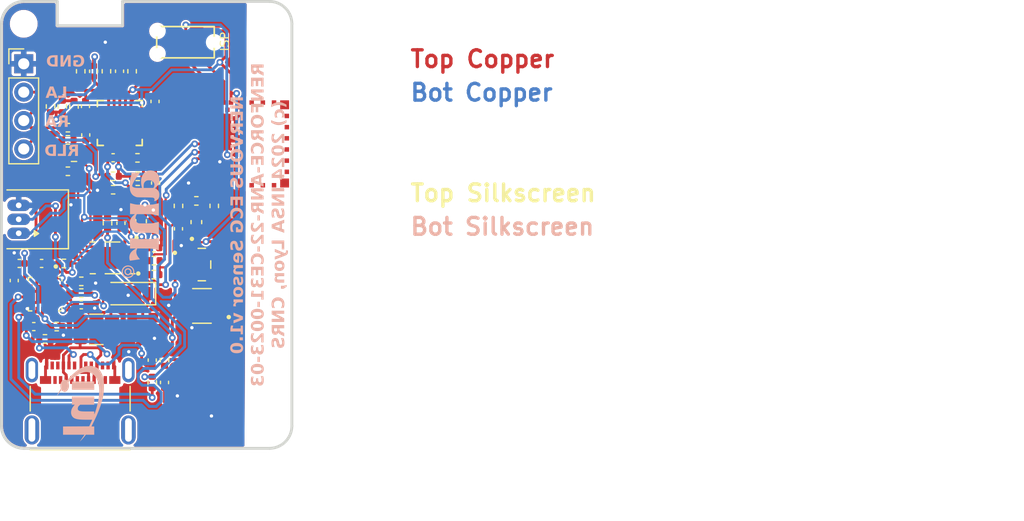
<source format=kicad_pcb>
(kicad_pcb (version 20221018) (generator pcbnew)
  (title_block (title "NERVOUS - ECG Sensor") (date "2024-05-02") (rev "1") (comment 1 "Copyright (c) 2024 INSA Lyon, CNRS, INL UMR5270") (comment 2 "License : MIT License") (comment 3 "Contact : bertrand.massot@insa-lyon.fr") (comment 4 "Authors : Bertrand Massot, Matthieu Mesnage, Hugo Buy"))
  (layers (0 "F.Cu" signal) (31 "B.Cu" signal) (34 "B.Paste" user) (35 "F.Paste" user) (36 "B.SilkS" user "B.Silkscreen") (37 "F.SilkS" user "F.Silkscreen") (38 "B.Mask" user) (39 "F.Mask" user) (44 "Edge.Cuts" user))
  (net 0 "")
  (net 1 "GND")
  (net 2 "VBUS")
  (net 3 "Net-(D5-Pad2)")
  (net 4 "VDD")
  (net 5 "VSYS")
  (net 6 "OUT")
  (net 7 "VBAT")
  (net 8 "VCC")
  (net 9 "IAOUT")
  (net 10 "OPAMP+")
  (net 11 "REFOUT")
  (net 12 "VBAT_SENSE")
  (net 13 "Net-(D1-K)")
  (net 14 "Net-(D1-A)")
  (net 15 "Net-(D5-Pad4)")
  (net 16 "Net-(J1-CC1)")
  (net 17 "Net-(J1-CC2)")
  (net 20 "Net-(U2-~{CHG})")
  (net 28 "Net-(U2-~{PGOOD})")
  (net 38 "Net-(U2-ILIM)")
  (net 39 "Net-(U2-ISET)")
  (net 40 "NTC BAT")
  (net 41 "SCL")
  (net 42 "SDA")
  (net 43 "/LA")
  (net 44 "/RA")
  (net 45 "/RLD")
  (net 46 "OPAMP-")
  (net 47 "Net-(D4-Pad3)")
  (net 48 "LED_RED")
  (net 49 "Net-(D4-Pad4)")
  (net 50 "Net-(D4-Pad2)")
  (net 51 "LOD-")
  (net 52 "LOD+")
  (net 53 "SDN")
  (net 55 "LED_BLUE")
  (net 56 "RST")
  (net 57 "SWDIO")
  (net 58 "SWCLK")
  (net 59 "LED_GREEN")
  (net 61 "Net-(U5-RLDFB)")
  (net 62 "Net-(U5-RLD)")
  (net 63 "Net-(U5-REFIN)")
  (net 64 "Net-(U5-HPDRIVE)")
  (net 65 "Net-(U5-HPSENSE)")
  (net 66 "Net-(U6-IN)")
  (net 67 "Net-(U5-SW)")
  (net 68 "Net-(C16-Pad2)")
  (net 69 "Net-(U3-GPOUT)")
  (net 70 "Net-(U3-BIN)")
  (net 71 "Net-(U5-+IN)")
  (net 72 "Net-(U5--IN)")
  (net 82 "Net-(U1A-OUT_ANT)")
  (net 108 "Net-(U4-EN)")
  (footprint "nervous-ecg:MAX16054AZT+T" (layer "F.Cu") (at 47.95 51.25 180)
    (fp_text reference "U6")
    (fp_text value "IC INTFACE SPECIALIZED TSOT23-6" hide)
  )
  (footprint "nervous-ecg:ISP1807-LR" (layer "F.Cu") (at 47.85 40.75 90)
    (fp_text reference "U1")
    (fp_text value "RF TXRX MODULE BT TRACE ANT SMD" hide)
  )
  (footprint "nervous-ecg:C_0402_1005Metric" (layer "F.Cu") (at 43.5 56.1 -90)
    (fp_text reference "R29")
    (fp_text value "RES 5.1K OHM 0.5% 1/10W 0402" hide)
  )
  (footprint "nervous-ecg:EVP-AA502W" (layer "F.Cu") (at 47.725 57.725 -90)
    (fp_text reference "U7")
    (fp_text value "SWITCH TACTILE SPST-NO 0.02A 15V" hide)
  )
  (footprint "nervous-ecg:C_0402_1005Metric" (layer "F.Cu") (at 37.526029 33.389023 90)
    (fp_text reference "C12")
    (fp_text value "CAP CER 0.22UF 10V X5R 0402" hide)
  )
  (footprint "nervous-ecg:R_0402_1005Metric" (layer "F.Cu") (at 41.7 30.25 90)
    (fp_text reference "R13")
    (fp_text value "RES SMD 10M OHM 1% 1/16W 0402" hide)
  )
  (footprint "nervous-ecg:R_0402_1005Metric" (layer "F.Cu") (at 40 40.85)
    (fp_text reference "R20")
    (fp_text value "RES SMD 1M OHM 1% 1/16W 0402" hide)
  )
  (footprint "nervous-ecg:R_0402_1005Metric" (layer "F.Cu") (at 35.95 35.3)
    (fp_text reference "R16")
    (fp_text value "RES SMD 180K OHM 1% 1/10W 0402" hide)
  )
  (footprint "nervous-ecg:BQ24074RGTx" (layer "F.Cu") (at 33.921029 50.197023 -90)
    (fp_text reference "U2")
    (fp_text value "IC BATT CHG LI-ION 1CELL 16QFN" hide)
  )
  (footprint "nervous-ecg:C_0402_1005Metric" (layer "F.Cu") (at 37.15 51.15)
    (fp_text reference "C1")
    (fp_text value "CAP CER 1UF 10V X5R 0402" hide)
  )
  (footprint "nervous-ecg:R_0402_1005Metric" (layer "F.Cu") (at 43.5 58.1 -90)
    (fp_text reference "R30")
    (fp_text value "RES 1K OHM 1% 1/16W 0402" hide)
  )
  (footprint "nervous-ecg:C_0402_1005Metric" (layer "F.Cu") (at 31.6 47.45 180)
    (fp_text reference "C8")
    (fp_text value "CAP CER 1UF 10V X5R 0402" hide)
  )
  (footprint "nervous-ecg:R_0402_1005Metric" (layer "F.Cu") (at 43.65 47.2)
    (fp_text reference "R8")
    (fp_text value "RES 10K OHM 1% 1/16W 0402" hide)
  )
  (footprint "nervous-ecg:SM05.TCT" (layer "F.Cu") (at 42.65 53.3 180)
    (fp_text reference "U9")
    (fp_text value "TVS Diode WE-TVS-Standard, VRWM=5.0V" hide)
  )
  (footprint "nervous-ecg:R_0402_1005Metric" (layer "F.Cu") (at 35.45 33.4 -90)
    (fp_text reference "R11")
    (fp_text value "RES SMD 10M OHM 1% 1/16W 0402" hide)
  )
  (footprint "nervous-ecg:R_0402_1005Metric" (layer "F.Cu") (at 42.2 40.85 180)
    (fp_text reference "R21")
    (fp_text value "RES SMD 1M OHM 1% 1/16W 0402" hide)
  )
  (footprint "nervous-ecg:C_0402_1005Metric" (layer "F.Cu") (at 43.8 40.25 -90)
    (fp_text reference "C16")
    (fp_text value "CAP CER 3300PF 50V X7R 0402" hide)
  )
  (footprint "nervous-ecg:R_0402_1005Metric" (layer "F.Cu") (at 34.4 33.4 -90)
    (fp_text reference "R12")
    (fp_text value "RES SMD 10M OHM 1% 1/16W 0402" hide)
  )
  (footprint "nervous-ecg:R_0402_1005Metric" (layer "F.Cu") (at 35.95 39.2 180)
    (fp_text reference "R10")
    (fp_text value "RES 10K OHM 1% 1/16W 0402" hide)
  )
  (footprint "nervous-ecg:C_0402_1005Metric" (layer "F.Cu") (at 40.575029 30.247023 90)
    (fp_text reference "C11")
    (fp_text value "CAP CER 0.1UF 16V X7R 0402" hide)
  )
  (footprint "nervous-ecg:R_0402_1005Metric" (layer "F.Cu") (at 42.2 39.65 180)
    (fp_text reference "R25")
    (fp_text value "RES 100K OHM 1% 1/16W 0402" hide)
  )
  (footprint "nervous-ecg:C_0402_1005Metric" (layer "F.Cu") (at 33.6 47.45)
    (fp_text reference "C4")
    (fp_text value "CAP CER 4.7UF 6.3V X5R 0402" hide)
  )
  (footprint "nervous-ecg:R_0402_1005Metric" (layer "F.Cu") (at 49.05 42.3 90)
    (fp_text reference "R22")
    (fp_text value "RES 1K OHM 1% 1/16W 0402" hide)
  )
  (footprint "nervous-ecg:CONN_BAT_53048-0310" (layer "F.Cu") (at 31.55 43.5 90)
    (fp_text reference "J2")
    (fp_text value "MOLEX 53048-0310" hide)
  )
  (footprint "nervous-ecg:CONN_ELECTRODE" (layer "F.Cu") (at 32 29.58)
    (fp_text reference "J3")
    (fp_text value "CONN HEADER R/A 4POS 2.54MM" hide)
  )
  (footprint "nervous-ecg:R_0402_1005Metric" (layer "F.Cu") (at 35.95 36.394023)
    (fp_text reference "R17")
    (fp_text value "RES SMD 360K OHM 1% 1/16W 0402" hide)
  )
  (footprint "nervous-ecg:R_0402_1005Metric" (layer "F.Cu") (at 44.6 56.1 90)
    (fp_text reference "R14")
    (fp_text value "RES 10K OHM 1% 1/16W 0402" hide)
  )
  (footprint "nervous-ecg:C_0402_1005Metric" (layer "F.Cu") (at 38.25 30.25 -90)
    (fp_text reference "C14")
    (fp_text value "CAP CER 0.22UF 10V X5R 0402" hide)
  )
  (footprint "nervous-ecg:C_0402_1005Metric" (layer "F.Cu") (at 43.65 46.05)
    (fp_text reference "C5")
    (fp_text value "CAP CER 0.47UF 10V X5R 0402" hide)
  )
  (footprint "nervous-ecg:D_SOD-123" (layer "F.Cu") (at 41.45 50.15 180)
    (fp_text reference "D1")
    (fp_text value "DIODE SCHOTTKY 20V 500MA SOD123" hide)
  )
  (footprint "nervous-ecg:R_0402_1005Metric" (layer "F.Cu") (at 39.4 30.25 -90)
    (fp_text reference "R18")
    (fp_text value "RES SMD 10M OHM 1% 1/16W 0402" hide)
  )
  (footprint "nervous-ecg:C_0402_1005Metric" (layer "F.Cu") (at 40.7 43.85 90)
    (fp_text reference "C6")
    (fp_text value "CAP CER 1UF 10V X5R 0402" hide)
  )
  (footprint "nervous-ecg:LogoANR_B_Silkscreen" (layer "F.Cu") (at 42.5 43.9 90)
    (fp_text reference "G***" hide)
    (fp_text value "LOGO" hide)
  )
  (footprint "nervous-ecg:C_0402_1005Metric" (layer "F.Cu") (at 40 37.989023)
    (fp_text reference "C15")
    (fp_text value "CAP CER 22000PF 16V X7R 0402" hide)
  )
  (footprint "nervous-ecg:R_0402_1005Metric" (layer "F.Cu") (at 35.6 47.45 180)
    (fp_text reference "R6")
    (fp_text value "RES 10K OHM 1% 1/16W 0402" hide)
  )
  (footprint "nervous-ecg:R_0402_1005Metric" (layer "F.Cu") (at 40 39.647023)
    (fp_text reference "R23")
    (fp_text value "RES 100K OHM 1% 1/16W 0402" hide)
  )
  (footprint "nervous-ecg:USB_TYPE_C_105450-0101" (layer "F.Cu") (at 37.05 60.35)
    (fp_text reference "J1")
    (fp_text value "CONN RCP USB3.1 TYPEC 24P SMD RA" hide)
  )
  (footprint "nervous-ecg:R_0402_1005Metric" (layer "F.Cu") (at 37.15 50.1)
    (fp_text reference "R5")
    (fp_text value "RES 10K OHM 1% 1/16W 0402" hide)
  )
  (footprint "nervous-ecg:C_0402_1005Metric" (layer "F.Cu") (at 45.85 44.35 -90)
    (fp_text reference "C9")
    (fp_text value "CAP CER 1UF 10V X5R 0402" hide)
  )
  (footprint "MountingHole:MountingHole_2mm" (layer "F.Cu") (at 53.996971 61.999977)
    (fp_text reference "H2" hide)
    (fp_text value "MountingHole" hide)
  )
  (footprint "nervous-ecg:R_0402_1005Metric" (layer "F.Cu") (at 42.180029 38 180)
    (fp_text reference "R27")
    (fp_text value "RES SMD 1M OHM 1% 1/16W 0402" hide)
  )
  (footprint "nervous-ecg:C_0402_1005Metric" (layer "F.Cu") (at 43.75 32.95 90)
    (fp_text reference "C7")
    (fp_text value "CAP CER 0.1UF 16V X7R 0402" hide)
  )
  (footprint "nervous-ecg:C_0402_1005Metric" (layer "F.Cu") (at 32.9 53.1)
    (fp_text reference "C2")
    (fp_text value "CAP CER 1UF 10V X5R 0402" hide)
  )
  (footprint "nervous-ecg:R_0402_1005Metric" (layer "F.Cu") (at 37.15 49.05 180)
    (fp_text reference "R3")
    (fp_text value "RES 5.9K OHM 1% 1/16W 0402" hide)
  )
  (footprint "nervous-ecg:R_0603_1608Metric" (layer "F.Cu") (at 36.5 37.8)
    (fp_text reference "R9")
    (fp_text value "RES 0.01 OHM 1% 1/10W 0603" hide)
  )
  (footprint "nervous-ecg:TC2030-MCP-NL" (layer "F.Cu") (at 46.505029 27.657023 180)
    (fp_text reference "U8")
    (fp_text value "~" hide)
  )
  (footprint "nervous-ecg:R_0402_1005Metric" (layer "F.Cu") (at 33.9 54.2 180)
    (fp_text reference "R28")
    (fp_text value "RES 5.1K OHM 0.5% 1/10W 0402" hide)
  )
  (footprint "nervous-ecg:R_0402_1005Metric" (layer "F.Cu") (at 45.85 42.3 90)
    (fp_text reference "R26")
    (fp_text value "RES 4.7K OHM 1% 1/16W 0402" hide)
  )
  (footprint "nervous-ecg:R_0402_1005Metric" (layer "F.Cu") (at 47.45 41.85 180)
    (fp_text reference "R24")
    (fp_text value "RES 1K OHM 1% 1/16W 0402" hide)
  )
  (footprint "MountingHole:MountingHole_2mm" (layer "F.Cu") (at 31.999971 26.001977)
    (fp_text reference "H1" hide)
    (fp_text value "MountingHole" hide)
  )
  (footprint "nervous-ecg:R_0402_1005Metric" (layer "F.Cu") (at 34.95 53.1)
    (fp_text reference "R1")
    (fp_text value "RES SMD 3K OHM 1% 1/16W 0402" hide)
  )
  (footprint "nervous-ecg:APHF1608LSEEQBDZGKC" (layer "F.Cu") (at 42.5 43.6625 90)
    (fp_text reference "D5")
    (fp_text value "LED RGB CLEAR 4SMD" hide)
  )
  (footprint "nervous-ecg:R_0402_1005Metric" (layer "F.Cu") (at 36.5 33.4 -90)
    (fp_text reference "R15")
    (fp_text value "RES SMD 180K OHM 1% 1/10W 0402" hide)
  )
  (footprint "nervous-ecg:C_0402_1005Metric" (layer "F.Cu") (at 44.6 58.1 90)
    (fp_text reference "C13")
    (fp_text value "CAP CER 0.1UF 16V X7R 0402" hide)
  )
  (footprint "nervous-ecg:APHF1608LSEEQBDZGKC" (layer "F.Cu") (at 47.45 43.75 90)
    (fp_text reference "D4")
    (fp_text value "LED RGB CLEAR 4SMD" hide)
  )
  (footprint "nervous-ecg:C_0402_1005Metric" (layer "F.Cu") (at 31.15 48.98 -90)
    (fp_text reference "C3")
    (fp_text value "CAP CER 4.7UF 6.3V X5R 0402" hide)
  )
  (footprint "nervous-ecg:AD8232ACPZ-R7" (layer "F.Cu") (at 40.596029 34.881023)
    (fp_text reference "U5")
    (fp_text value "IC ECG FRONT END 20LFCSP" hide)
  )
  (footprint "nervous-ecg:Logo_INL_B_Silkscreen" (layer "F.Cu") (at 37.05 60.095 90)
    (fp_text reference "G***" hide)
    (fp_text value "LOGO" hide)
  )
  (footprint "nervous-ecg:R_0402_1005Metric" (layer "F.Cu") (at 43.636077 48.45)
    (fp_text reference "R7")
    (fp_text value "RES 10K OHM 1% 1/16W 0402" hide)
  )
  (footprint "nervous-ecg:BQ27441DRZR-G1A" (layer "F.Cu") (at 39.95 46.95 180)
    (fp_text reference "U3")
    (fp_text value "IC BATT FUEL GAUGE LICOO2 12SON" hide)
  )
  (footprint "nervous-ecg:R_0402_1005Metric" (layer "F.Cu") (at 39.5 43.85 -90)
    (fp_text reference "R32")
    (fp_text value "RES 4.7K OHM 1% 1/16W 0402" hide)
  )
  (footprint "nervous-ecg:C_0402_1005Metric" (layer "F.Cu") (at 37.55 35.95 -90)
    (fp_text reference "C10")
    (fp_text value "CAP CER 1000PF 50V X7R 0402" hide)
  )
  (footprint "nervous-ecg:R_0402_1005Metric" (layer "F.Cu") (at 37.1 30.25 90)
    (fp_text reference "R19")
    (fp_text value "RES SMD 10M OHM 1% 1/16W 0402" hide)
  )
  (footprint "nervous-ecg:TPS7A0533PDBVR" (layer "F.Cu") (at 47.9375 47.55)
    (fp_text reference "U4")
    (fp_text value "IC REG LINEAR 3.3V 200MA SOT23-5" hide)
  )
  (footprint "nervous-ecg:Fuse_1210_3225Metric" (layer "F.Cu") (at 38.5 53.35)
    (fp_text reference "F1")
    (fp_text value "PTC RESET FUSE 16V 500MA 1210" hide)
  )
  (gr_rect (start 43.9 26.25) (end 49.05 29.05) (stroke (width 0.15)) (fill none) (layer "F.SilkS"))
  (gr_line (start 55.999971 26.001977) (end 56 62) (stroke (width 0.254)) (layer "Edge.Cuts"))
  (gr_line (start 35 26.1705) (end 40.844 26.1705) (stroke (width 0.254)) (layer "Edge.Cuts"))
  (gr_line (start 35 26.1705) (end 35 24) (stroke (width 0.254)) (layer "Edge.Cuts"))
  (gr_arc (start 32 64) (mid 30.59207 63.406701) (end 30.003 61.997) (stroke (width 0.254)) (layer "Edge.Cuts"))
  (gr_arc (start 56 62) (mid 55.40669 63.407934) (end 53.997 63.997) (stroke (width 0.254)) (layer "Edge.Cuts"))
  (gr_line (start 54.002971 23.998977) (end 40.844 24) (stroke (width 0.254)) (layer "Edge.Cuts"))
  (gr_line (start 53.997 63.997) (end 32 64) (stroke (width 0.254)) (layer "Edge.Cuts"))
  (gr_line (start 30.003 26.002) (end 30.003 61.997) (stroke (width 0.254)) (layer "Edge.Cuts"))
  (gr_arc (start 30.003 26.002) (mid 30.59069 24.591216) (end 32 24) (stroke (width 0.254)) (layer "Edge.Cuts"))
  (gr_line (start 35 24) (end 32 24) (stroke (width 0.254)) (layer "Edge.Cuts"))
  (gr_line (start 40.844 26.1705) (end 40.844 24) (stroke (width 0.254)) (layer "Edge.Cuts"))
  (gr_arc (start 54.002971 23.998977) (mid 55.410883 24.592293) (end 55.999971 26.001977) (stroke (width 0.254)) (layer "Edge.Cuts"))
  (gr_text "Top Copper" (at 66.46 30.03) (layer "F.Cu") (effects (font (size 1.5 1.5) (thickness 0.3) bold) (justify left bottom)))
  (gr_text "Bot Copper" (at 66.46 33.03) (layer "B.Cu") (effects (font (size 1.5 1.5) (thickness 0.3) bold) (justify left bottom)))
  (gr_text "Bot Silkscreen" (at 66.46 45.03) (layer "B.SilkS") (effects (font (size 1.5 1.5) (thickness 0.3) bold) (justify left bottom)))
  (gr_text "RLD" (at 33.85 38) (layer "B.SilkS") (effects (font (size 1 1) (thickness 0.2) bold) (justify right bottom mirror)))
  (gr_text "LA" (at 33.95 32.8) (layer "B.SilkS") (effects (font (size 1 1) (thickness 0.2) bold) (justify right bottom mirror)))
  (gr_text "GND" (at 34 30) (layer "B.SilkS") (effects (font (size 1 1) (thickness 0.2) bold) (justify right bottom mirror)))
  (gr_text "RA" (at 33.9 35.4) (layer "B.SilkS") (effects (font (size 1 1) (thickness 0.2) bold) (justify right bottom mirror)))
  (gr_text "NERVOUS ECG Sensor v1.0\nRENFORCE-ANR-22-CE31-0023-03\n(c) 2024 INSA Lyon, CNRS" (at 55.5 44 90) (layer "B.SilkS") (effects (font (size 1.1 1.1) (thickness 0.17) bold) (justify bottom mirror)))
  (gr_text "ISP" (at 50.5 27.6 90) (layer "F.SilkS") (effects (font (size 0.8 0.8)) (justify bottom)))
  (gr_text "Top Silkscreen" (at 66.46 42.03) (layer "F.SilkS") (effects (font (size 1.5 1.5) (thickness 0.3) bold) (justify left bottom)))
  (segment (start 41.096029 34.381023) (end 40.596029 34.881023) (width 0.254) (layer "F.Cu") (net 1))
  (segment (start 38.275259 49.05) (end 37.66 49.05) (width 0.254) (layer "F.Cu") (net 1))
  (segment (start 36.2265 42.2) (end 36.2265 41.9265) (width 0.254) (layer "F.Cu") (net 1))
  (segment (start 44.323 43.392293) (end 44.323 45.857) (width 0.254) (layer "F.Cu") (net 1))
  (segment (start 51.65 36.1) (end 51.000002 36.1) (width 0.254) (layer "F.Cu") (net 1))
  (segment (start 51 35.775) (end 51 35.125) (width 0.254) (layer "F.Cu") (net 1))
  (segment (start 48.45 59.4) (end 48.45 56.05) (width 0.254) (layer "F.Cu") (net 1))
  (segment (start 43.75 32.47) (end 43.724977 32.495023) (width 0.254) (layer "F.Cu") (net 1))
  (segment (start 41.586629 32.986023) (end 41.586629 33.890423) (width 0.254) (layer "F.Cu") (net 1))
  (segment (start 31.05 47.52) (end 31.05 48.57) (width 0.254) (layer "F.Cu") (net 1))
  (segment (start 49.55 36.974998) (end 50.099998 36.425) (width 0.254) (layer "F.Cu") (net 1))
  (segment (start 35.878029 42.548471) (end 35.878029 44.846073) (width 0.254) (layer "F.Cu") (net 1))
  (segment (start 50.099998 36.425) (end 51 36.425) (width 0.254) (layer "F.Cu") (net 1))
  (segment (start 35.21 53.87) (end 34.44 53.1) (width 0.254) (layer "F.Cu") (net 1))
  (segment (start 33.236029 49.512023) (end 33.171029 49.447023) (width 0.254) (layer "F.Cu") (net 1))
  (segment (start 33.921029 50.197023) (end 33.921029 49.512023) (width 0.254) (layer "F.Cu") (net 1))
  (segment (start 49.300002 39.299998) (end 48.349999 40.250001) (width 0.2) (layer "F.Cu") (net 1))
  (segment (start 34.950977 45.649023) (end 34.08 46.52) (width 0.254) (layer "F.Cu") (net 1))
  (segment (start 33.95 56.68) (end 34.05 56.58) (width 0.254) (layer "F.Cu") (net 1))
  (segment (start 39.344029 46.907023) (end 39.944029 46.307023) (width 0.254) (layer "F.Cu") (net 1))
  (segment (start 40.7 42.6305) (end 40.7 43.37) (width 0.254) (layer "F.Cu") (net 1))
  (segment (start 51.45 33.95) (end 51.65 34.15) (width 0.254) (layer "F.Cu") (net 1))
  (segment (start 51 34.475) (end 51.325 34.15) (width 0.254) (layer "F.Cu") (net 1))
  (segment (start 51.325 34.15) (end 51.65 34.15) (width 0.254) (layer "F.Cu") (net 1))
  (segment (start 44.323 45.857) (end 44.13 46.05) (width 0.254) (layer "F.Cu") (net 1))
  (segment (start 51 36.099998) (end 51 36.425) (width 0.254) (layer "F.Cu") (net 1))
  (segment (start 35.55 54.526) (end 34.05 56.026) (width 0.254) (layer "F.Cu") (net 1))
  (segment (start 36.292977 50.447023) (end 36.64 50.1) (width 0.254) (layer "F.Cu") (net 1))
  (segment (start 39.559029 29.919023) (end 40.545029 29.919023) (width 0.254) (layer "F.Cu") (net 1))
  (segment (start 51.45 33.25) (end 51.45 33.95) (width 0.254) (layer "F.Cu") (net 1))
  (segment (start 50.499997 39.299998) (end 49.300002 39.299998) (width 0.2) (layer "F.Cu") (net 1))
  (segment (start 40.545029 29.919023) (end 40.575029 29.949023) (width 0.254) (layer "F.Cu") (net 1))
  (segment (start 40.15 46.95) (end 39.95 47.15) (width 0.2) (layer "F.Cu") (net 1))
  (segment (start 34.05 56.026) (end 34.05 56.58) (width 0.254) (layer "F.Cu") (net 1))
  (segment (start 34.08 46.52) (end 34.08 47.45) (width 0.254) (layer "F.Cu") (net 1))
  (segment (start 33.921029 49.512023) (end 33.236029 49.512023) (width 0.254) (layer "F.Cu") (net 1))
  (segment (start 35.44 41.14) (end 35.44 39.2) (width 0.254) (layer "F.Cu") (net 1))
  (segment (start 49.599997 34.499998) (end 48.349999 33.25) (width 0.2) (layer "F.Cu") (net 1))
  (segment (start 35.356029 50.447023) (end 34.171029 50.447023) (width 0.254) (layer "F.Cu") (net 1))
  (segment (start 36.2265 42.2) (end 35.878029 42.548471) (width 0.254) (layer "F.Cu") (net 1))
  (segment (start 38.434024 49.208765) (end 38.275259 49.05) (width 0.254) (layer "F.Cu") (net 1))
  (segment (start 31.12 47.45) (end 31.05 47.52) (width 0.254) (layer "F.Cu") (net 1))
  (segment (start 32.311077 51.121975) (end 32.486029 50.947023) (width 0.254) (layer "F.Cu") (net 1))
  (segment (start 41.925 46.95) (end 40.15 46.95) (width 0.2) (layer "F.Cu") (net 1))
  (segment (start 51 34.475) (end 51 35.125) (width 0.254) (layer "F.Cu") (net 1))
  (segment (start 40.15 57.88) (end 40.15 56.68) (width 0.254) (layer "F.Cu") (net 1))
  (segment (start 32.311077 51.5) (end 32.311077 51.121975) (width 0.254) (layer "F.Cu") (net 1))
  (segment (start 37.975 46.75) (end 39.75 46.75) (width 0.2) (layer "F.Cu") (net 1))
  (segment (start 41.925 46.75) (end 41.925 47.15) (width 0.2) (layer "F.Cu") (net 1))
  (segment (start 50.975 34.499998) (end 49.599997 34.499998) (width 0.2) (layer "F.Cu") (net 1))
  (segment (start 35.075079 45.649023) (end 34.950977 45.649023) (width 0.254) (layer "F.Cu") (net 1))
  (segment (start 42.491029 34.381023) (end 41.096029 34.381023) (width 0.254) (layer "F.Cu") (net 1))
  (segment (start 48.45 60.75) (end 48.8 61.1) (width 0.254) (layer "F.Cu") (net 1))
  (segment (start 35.356029 50.447023) (end 36.292977 50.447023) (width 0.254) (layer "F.Cu") (net 1))
  (segment (start 42.077629 32.495023) (end 41.586629 32.986023) (width 0.254) (layer "F.Cu") (net 1))
  (segment (start 40.15 56.68) (end 40.05 56.58) (width 0.254) (layer "F.Cu") (net 1))
  (segment (start 35.55 53.87) (end 35.21 53.87) (width 0.254) (layer "F.Cu") (net 1))
  (segment (start 37.58 51.15) (end 37.51 51.08) (width 0.254) (layer "F.Cu") (net 1))
  (segment (start 36.2265 41.9265) (end 35.44 41.14) (width 0.254) (layer "F.Cu") (net 1))
  (segment (start 40.05 56.58) (end 40.05 55.338052) (width 0.254) (layer "F.Cu") (net 1))
  (segment (start 33.95 57.88) (end 33.95 56.68) (width 0.254) (layer "F.Cu") (net 1))
  (segment (start 39.35 47.55) (end 39.95 46.95) (width 0.254) (layer "F.Cu") (net 1))
  (segment (start 43.6 42.669293) (end 44.323 43.392293) (width 0.254) (layer "F.Cu") (net 1))
  (segment (start 35.55 53.87) (end 35.55 54.526) (width 0.254) (layer "F.Cu") (net 1))
  (segment (start 46.75 40.250001) (end 48.349999 40.250001) (width 0.254) (layer "F.Cu") (net 1))
  (segment (start 51.45 40.250001) (end 50.499997 39.299998) (width 0.2) (layer "F.Cu") (net 1))
  (segment (start 32.486029 49.947023) (end 33.671029 49.947023) (width 0.254) (layer "F.Cu") (net 1))
  (segment (start 51 36.099998) (end 51 35.775) (width 0.254) (layer "F.Cu") (net 1))
  (segment (start 43.724977 32.495023) (end 42.077629 32.495023) (width 0.254) (layer "F.Cu") (net 1))
  (segment (start 49.55 38.349998) (end 49.55 36.974998) (width 0.254) (layer "F.Cu") (net 1))
  (segment (start 48.45 59.4) (end 48.45 60.75) (width 0.254) (layer "F.Cu") (net 1))
  (segment (start 33.171029 50.947023) (end 33.921029 50.197023) (width 0.254) (layer "F.Cu") (net 1))
  (segment (start 41.586629 33.890423) (end 40.596029 34.881023) (width 0.254) (layer "F.Cu") (net 1))
  (segment (start 33.671029 49.947023) (end 33.921029 50.197023) (width 0.254) (layer "F.Cu") (net 1))
  (segment (start 32.486029 50.947023) (end 33.171029 50.947023) (width 0.254) (layer "F.Cu") (net 1))
  (segment (start 37.975 47.55) (end 39.35 47.55) (width 0.2) (layer "F.Cu") (net 1))
  (segment (start 33.171029 49.447023) (end 33.171029 48.762023) (width 0.254) (layer "F.Cu") (net 1))
  (segment (start 39.961077 46.324071) (end 39.944029 46.307023) (width 0.254) (layer "F.Cu") (net 1))
  (segment (start 34.171029 50.447023) (end 33.921029 50.197023) (width 0.254) (layer "F.Cu") (net 1))
  (segment (start 38.0505 51.15) (end 37.58 51.15) (width 0.254) (layer "F.Cu") (net 1))
  (segment (start 38.35 51.4495) (end 38.0505 51.15) (width 0.254) (layer "F.Cu") (net 1))
  (segment (start 39.75 46.75) (end 39.95 46.95) (width 0.254) (layer "F.Cu") (net 1))
  (segment (start 35.878029 44.846073) (end 35.075079 45.649023) (width 0.254) (layer "F.Cu") (net 1))
  (via (at 45.75 59.3) (size 0.6) (drill 0.3) (layers "F.Cu" "B.Cu") (net 1))
  (via (at 46.1 45.85) (size 0.6) (drill 0.3) (layers "F.Cu" "B.Cu") (net 1))
  (via (at 32.311077 51.5) (size 0.6) (drill 0.3) (layers "F.Cu" "B.Cu") (net 1))
  (via (at 41.35 50.3) (size 0.6) (drill 0.3) (layers "F.Cu" "B.Cu") (net 1))
  (via (at 38.6 40.9) (size 0.6) (drill 0.3) (layers "F.Cu" "B.Cu") (net 1))
  (via (at 35.55 53.87) (size 0.6) (drill 0.3) (layers "F.Cu" "B.Cu") (net 1))
  (via (at 46.75 40.250001) (size 0.6) (drill 0.3) (layers "F.Cu" "B.Cu") (net 1))
  (via (at 43.6 42.669293) (size 0.6) (drill 0.3) (layers "F.Cu" "B.Cu") (net 1))
  (via (at 44.9735 51.2) (size 0.6) (drill 0.3) (layers "F.Cu" "B.Cu") (net 1))
  (via (at 41.4 55.35) (size 0.6) (drill 0.3) (layers "F.Cu" "B.Cu") (net 1))
  (via (at 31.15 46.5) (size 0.6) (drill 0.3) (layers "F.Cu" "B.Cu") (net 1))
  (via (at 48.8 61.1) (size 0.6) (drill 0.3) (layers "F.Cu" "B.Cu") (net 1))
  (via (at 49.55 38.349998) (size 0.6) (drill 0.3) (layers "F.Cu" "B.Cu") (net 1))
  (via (at 38.35 51.4495) (size 0.6) (drill 0.3) (layers "F.Cu" "B.Cu") (net 1))
  (via (at 39.3 27.65) (size 0.6) (drill 0.3) (layers "F.Cu" "B.Cu") (net 1))
  (via (at 36.2265 42.2) (size 0.6) (drill 0.3) (layers "F.Cu" "B.Cu") (net 1))
  (via (at 47.05 53.2) (size 0.6) (drill 0.3) (layers "F.Cu" "B.Cu") (net 1))
  (via (at 38.434024 49.208765) (size 0.6) (drill 0.3) (layers "F.Cu" "B.Cu") (net 1))
  (via (at 40.7 42.6305) (size 0.6) (drill 0.3) (layers "F.Cu" "B.Cu") (net 1))
  (via (at 43.7 54.15) (size 0.6) (drill 0.3) (layers "F.Cu" "B.Cu") (net 1))
  (segment (start 38.3 57.88) (end 38.3 57.276) (width 0.254) (layer "F.Cu") (net 2))
  (segment (start 38.55 56) (end 38.55 56.58) (width 0.254) (layer "F.Cu") (net 2))
  (segment (start 32.23 53.29) (end 32.42 53.1) (width 0.254) (layer "F.Cu") (net 2))
  (segment (start 39.114114 55.214114) (end 38.9 55.214114) (width 0.254) (layer "F.Cu") (net 2))
  (segment (start 38.9 55.214114) (end 38.685886 55) (width 0.254) (layer "F.Cu") (net 2))
  (segment (start 38.3 57.276) (end 38.55 57.026) (width 0.254) (layer "F.Cu") (net 2))
  (segment (start 38.55 57.026) (end 38.55 56.58) (width 0.254) (layer "F.Cu") (net 2))
  (segment (start 39.45 55.55) (end 39.114114 55.214114) (width 0.254) (layer "F.Cu") (net 2))
  (segment (start 35.55 57.184) (end 35.8 57.434) (width 0.254) (layer "F.Cu") (net 2))
  (segment (start 35.8 57.434) (end 35.8 57.88) (width 0.254) (layer "F.Cu") (net 2))
  (segment (start 37.05 53.35) (end 37.05 55) (width 0.254) (layer "F.Cu") (net 2))
  (segment (start 38.685886 55) (end 36.2 55) (width 0.254) (layer "F.Cu") (net 2))
  (segment (start 36.177 55.023) (end 35.55 55.65) (width 0.254) (layer "F.Cu") (net 2))
  (segment (start 32.23 53.9) (end 32.23 53.29) (width 0.254) (layer "F.Cu") (net 2))
  (segment (start 38.9 55.65) (end 38.55 56) (width 0.254) (layer "F.Cu") (net 2))
  (segment (start 38.9 55.214114) (end 38.9 55.65) (width 0.254) (layer "F.Cu") (net 2))
  (segment (start 35.55 55.65) (end 35.55 56.58) (width 0.254) (layer "F.Cu") (net 2))
  (segment (start 35.55 56.58) (end 35.55 57.184) (width 0.254) (layer "F.Cu") (net 2))
  (via (at 39.45 55.55) (size 0.6) (drill 0.3) (layers "F.Cu" "B.Cu") (net 2))
  (via (at 32.23 53.9) (size 0.6) (drill 0.3) (layers "F.Cu" "B.Cu") (net 2))
  (segment (start 32.7765 54.4465) (end 38.3465 54.4465) (width 0.254) (layer "B.Cu") (net 2))
  (segment (start 32.23 53.9) (end 32.7765 54.4465) (width 0.254) (layer "B.Cu") (net 2))
  (segment (start 38.3465 54.4465) (end 39.45 55.55) (width 0.254) (layer "B.Cu") (net 2))
  (segment (start 42.8365 57.59) (end 43.5 57.59) (width 0.254) (layer "F.Cu") (net 3))
  (segment (start 43.7465 44.8965) (end 43.1625 44.3125) (width 0.254) (layer "F.Cu") (net 3))
  (segment (start 42.8265 57.6) (end 42.8365 57.59) (width 0.254) (layer "F.Cu") (net 3))
  (segment (start 43.1625 44.3125) (end 42.85 44.3125) (width 0.254) (layer "F.Cu") (net 3))
  (segment (start 43.7465 45.1) (end 43.7465 44.8965) (width 0.254) (layer "F.Cu") (net 3))
  (via (at 42.8265 57.6) (size 0.6) (drill 0.3) (layers "F.Cu" "B.Cu") (net 3))
  (via (at 43.7465 45.1) (size 0.6) (drill 0.3) (layers "F.Cu" "B.Cu") (net 3))
  (segment (start 43.45 50.578658) (end 46.4 53.528658) (width 0.254) (layer "B.Cu") (net 3))
  (segment (start 43.7 57.6) (end 42.8265 57.6) (width 0.254) (layer "B.Cu") (net 3))
  (segment (start 46.4 54.9) (end 43.7 57.6) (width 0.254) (layer "B.Cu") (net 3))
  (segment (start 43.7465 45.1) (end 43.45 45.3965) (width 0.254) (layer "B.Cu") (net 3))
  (segment (start 43.45 45.3965) (end 43.45 50.578658) (width 0.254) (layer "B.Cu") (net 3))
  (segment (start 46.4 53.528658) (end 46.4 54.9) (width 0.254) (layer "B.Cu") (net 3))
  (segment (start 43.12 45.62) (end 43.12 46) (width 0.2) (layer "F.Cu") (net 4))
  (segment (start 43.12 46) (end 42.77 46.35) (width 0.2) (layer "F.Cu") (net 4))
  (segment (start 36.35 48.25) (end 35.82 48.25) (width 0.254) (layer "F.Cu") (net 4))
  (segment (start 35.82 48.25) (end 35.09 47.52) (width 0.254) (layer "F.Cu") (net 4))
  (segment (start 42.77 46.35) (end 41.925 46.35) (width 0.2) (layer "F.Cu") (net 4))
  (segment (start 42.55 45.05) (end 43.12 45.62) (width 0.2) (layer "F.Cu") (net 4))
  (segment (start 35.09 47.52) (end 35.09 47.45) (width 0.254) (layer "F.Cu") (net 4))
  (via (at 42.55 45.05) (size 0.6) (drill 0.3) (layers "F.Cu" "B.Cu") (net 4))
  (via (at 36.35 48.25) (size 0.6) (drill 0.3) (layers "F.Cu" "B.Cu") (net 4))
  (segment (start 36.35 47.441321) (end 36.35 48.25) (width 0.2) (layer "B.Cu") (net 4))
  (segment (start 39.191321 44.6) (end 36.35 47.441321) (width 0.2) (layer "B.Cu") (net 4))
  (segment (start 42.55 45.05) (end 42 45.6) (width 0.2) (layer "B.Cu") (net 4))
  (segment (start 42 45.6) (end 41.391365 45.6) (width 0.2) (layer "B.Cu") (net 4))
  (segment (start 40.391365 44.6) (end 39.191321 44.6) (width 0.2) (layer "B.Cu") (net 4))
  (segment (start 41.391365 45.6) (end 40.391365 44.6) (width 0.2) (layer "B.Cu") (net 4))
  (segment (start 45.572023 52.2) (end 46.79 52.2) (width 0.254) (layer "F.Cu") (net 5))
  (segment (start 42.15 43.7) (end 42.6665 43.7) (width 0.254) (layer "F.Cu") (net 5))
  (segment (start 42.15 44.3125) (end 42.15 43.7) (width 0.254) (layer "F.Cu") (net 5))
  (segment (start 42.85 42.2) (end 42.85 43.0125) (width 0.254) (layer "F.Cu") (net 5))
  (segment (start 45.3 54.89) (end 44.6 55.59) (width 0.254) (layer "F.Cu") (net 5))
  (segment (start 33.9 52.4) (end 33.671029 52.171029) (width 0.254) (layer "F.Cu") (net 5))
  (segment (start 45.816946 46.6) (end 45.55 46.866946) (width 0.254) (layer "F.Cu") (net 5))
  (segment (start 46.6825 46.6) (end 45.816946 46.6) (width 0.254) (layer "F.Cu") (net 5))
  (segment (start 45.55 46.866946) (end 45.55 52.222023) (width 0.254) (layer "F.Cu") (net 5))
  (segment (start 42.6665 43.7) (end 42.85 43.5165) (width 0.254) (layer "F.Cu") (net 5))
  (segment (start 45.3 52.472023) (end 45.572023 52.2) (width 0.254) (layer "F.Cu") (net 5))
  (segment (start 45.3 54.1) (end 45.3 54.89) (width 0.254) (layer "F.Cu") (net 5))
  (segment (start 34.171029 51.632023) (end 33.671029 51.632023) (width 0.254) (layer "F.Cu") (net 5))
  (segment (start 33.671029 52.171029) (end 33.671029 51.632023) (width 0.254) (layer "F.Cu") (net 5))
  (segment (start 32.08 46.53) (end 32.08 49.417023) (width 0.254) (layer "F.Cu") (net 5))
  (segment (start 42.85 43.5165) (end 42.85 43.0125) (width 0.254) (layer "F.Cu") (net 5))
  (segment (start 45.3 54.1) (end 45.3 52.472023) (width 0.254) (layer "F.Cu") (net 5))
  (segment (start 32.486029 49.447023) (end 31.132977 49.447023) (width 0.254) (layer "F.Cu") (net 5))
  (via (at 45.3 54.1) (size 0.6) (drill 0.3) (layers "F.Cu" "B.Cu") (net 5))
  (via (at 42.85 42.2) (size 0.6) (drill 0.3) (layers "F.Cu" "B.Cu") (net 5))
  (via (at 32.08 46.53) (size 0.6) (drill 0.3) (layers "F.Cu" "B.Cu") (net 5))
  (via (at 33.9 52.4) (size 0.6) (drill 0.3) (layers "F.Cu" "B.Cu") (net 5))
  (via (at 45.55 49.35) (size 0.6) (drill 0.3) (layers "F.Cu" "B.Cu") (net 5))
  (segment (start 42.85 42.2) (end 42.85 42.75) (width 0.254) (layer "B.Cu") (net 5))
  (segment (start 44 50.016002) (end 44.460998 50.477) (width 0.254) (layer "B.Cu") (net 5))
  (segment (start 36.75 53) (end 34.5 53) (width 0.254) (layer "B.Cu") (net 5))
  (segment (start 44 47.692098) (end 44 50.016002) (width 0.254) (layer "B.Cu") (net 5))
  (segment (start 45.073 50.477) (end 45.55 50) (width 0.254) (layer "B.Cu") (net 5))
  (segment (start 33.286077 49.586077) (end 32.08 48.38) (width 0.254) (layer "B.Cu") (net 5))
  (segment (start 45.3 53.794944) (end 43.680056 52.175) (width 0.254) (layer "B.Cu") (net 5))
  (segment (start 34.5 53) (end 33.9 52.4) (width 0.254) (layer "B.Cu") (net 5))
  (segment (start 43.680056 52.175) (end 37.575 52.175) (width 0.254) (layer "B.Cu") (net 5))
  (segment (start 44.6 44.5) (end 44.6 47.092098) (width 0.254) (layer "B.Cu") (net 5))
  (segment (start 44.6 47.092098) (end 44 47.692098) (width 0.254) (layer "B.Cu") (net 5))
  (segment (start 33.9 52.4) (end 33.286077 51.786077) (width 0.254) (layer "B.Cu") (net 5))
  (segment (start 33.286077 51.786077) (end 33.286077 49.586077) (width 0.254) (layer "B.Cu") (net 5))
  (segment (start 44.460998 50.477) (end 45.073 50.477) (width 0.254) (layer "B.Cu") (net 5))
  (segment (start 42.85 42.75) (end 44.6 44.5) (width 0.254) (layer "B.Cu") (net 5))
  (segment (start 37.575 52.175) (end 36.75 53) (width 0.254) (layer "B.Cu") (net 5))
  (segment (start 32.08 48.38) (end 32.08 46.53) (width 0.254) (layer "B.Cu") (net 5))
  (segment (start 45.55 50) (end 45.55 49.35) (width 0.254) (layer "B.Cu") (net 5))
  (segment (start 45.3 54.1) (end 45.3 53.794944) (width 0.254) (layer "B.Cu") (net 5))
  (segment (start 42.515077 36.776023) (end 41.596029 36.776023) (width 0.254) (layer "F.Cu") (net 6))
  (segment (start 43.3 38) (end 42.690029 38) (width 0.254) (layer "F.Cu") (net 6))
  (segment (start 43.8 38.5) (end 43.3 38) (width 0.254) (layer "F.Cu") (net 6))
  (segment (start 42.690029 38) (end 42.690029 36.950975) (width 0.254) (layer "F.Cu") (net 6))
  (segment (start 44.05 36.1) (end 43.199025 36.950975) (width 0.254) (layer "F.Cu") (net 6))
  (segment (start 43.199025 36.950975) (end 42.690029 36.950975) (width 0.254) (layer "F.Cu") (net 6))
  (segment (start 48.150002 36.1) (end 44.05 36.1) (width 0.254) (layer "F.Cu") (net 6))
  (segment (start 43.8 39.77) (end 43.8 38.5) (width 0.254) (layer "F.Cu") (net 6))
  (segment (start 42.690029 36.950975) (end 42.515077 36.776023) (width 0.254) (layer "F.Cu") (net 6))
  (segment (start 37.859577 38.95) (end 37.325 38.415423) (width 0.2) (layer "F.Cu") (net 7))
  (segment (start 41.115 44.33) (end 40.7 44.33) (width 0.2) (layer "F.Cu") (net 7))
  (segment (start 41.619183 45.269183) (end 41.925 45.575) (width 0.2) (layer "F.Cu") (net 7))
  (segment (start 37.219529 43.5) (end 37.219529 46.119529) (width 0.2) (layer "F.Cu") (net 7))
  (segment (start 41.619183 45.05) (end 41.619183 45.269183) (width 0.2) (layer "F.Cu") (net 7))
  (segment (start 37.45 46.35) (end 37.975 46.35) (width 0.2) (layer "F.Cu") (net 7))
  (segment (start 41.619183 44.834183) (end 41.115 44.33) (width 0.2) (layer "F.Cu") (net 7))
  (segment (start 41.925 45.575) (end 41.925 45.95) (width 0.2) (layer "F.Cu") (net 7))
  (segment (start 41.619183 45.05) (end 41.619183 44.834183) (width 0.2) (layer "F.Cu") (net 7))
  (segment (start 37.219529 46.119529) (end 37.45 46.35) (width 0.2) (layer "F.Cu") (net 7))
  (segment (start 37.325 38.415423) (end 37.325 37.8) (width 0.2) (layer "F.Cu") (net 7))
  (segment (start 37.419529 43.3) (end 37.219529 43.5) (width 0.2) (layer "F.Cu") (net 7))
  (via (at 37.419529 43.3) (size 0.6) (drill 0.3) (layers "F.Cu" "B.Cu") (net 7))
  (via (at 41.619183 45.05) (size 0.6) (drill 0.3) (layers "F.Cu" "B.Cu") (net 7))
  (via (at 37.859577 38.95) (size 0.6) (drill 0.3) (layers "F.Cu" "B.Cu") (net 7))
  (segment (start 32.6 44.75) (end 31.55 44.75) (width 0.254) (layer "B.Cu") (net 7))
  (segment (start 37.396029 41.3735) (end 35.987498 41.3735) (width 0.254) (layer "B.Cu") (net 7))
  (segment (start 41.619183 43.769183) (end 41.619183 45.05) (width 0.2) (layer "B.Cu") (net 7))
  (segment (start 34.4 42.95) (end 32.6 44.75) (width 0.254) (layer "B.Cu") (net 7))
  (segment (start 35.6 42.55) (end 35.2 42.95) (width 0.254) (layer "B.Cu") (net 7))
  (segment (start 37.419529 43.3) (end 37.519529 43.4) (width 0.2) (layer "B.Cu") (net 7))
  (segment (start 37.519529 43.4) (end 41.25 43.4) (width 0.2) (layer "B.Cu") (net 7))
  (segment (start 41.25 43.4) (end 41.619183 43.769183) (width 0.2) (layer "B.Cu") (net 7))
  (segment (start 37.859577 40.909952) (end 37.419529 41.35) (width 0.2) (layer "B.Cu") (net 7))
  (segment (start 37.859577 38.95) (end 37.859577 40.909952) (width 0.2) (layer "B.Cu") (net 7))
  (segment (start 37.419529 41.35) (end 37.419529 43.3) (width 0.2) (layer "B.Cu") (net 7))
  (segment (start 35.2 42.95) (end 34.4 42.95) (width 0.254) (layer "B.Cu") (net 7))
  (segment (start 35.987498 41.3735) (end 35.6 41.760998) (width 0.254) (layer "B.Cu") (net 7))
  (segment (start 35.6 41.760998) (end 35.6 42.55) (width 0.254) (layer "B.Cu") (net 7))
  (segment (start 48.168529 26.628523) (end 47.775029 27.022023) (width 0.254) (layer "F.Cu") (net 8))
  (segment (start 50.1 26.95) (end 49.778523 26.628523) (width 0.254) (layer "F.Cu") (net 8))
  (segment (start 44.65 47.8) (end 44.146077 47.8) (width 0.2) (layer "F.Cu") (net 8))
  (segment (start 48.299715 45.55) (end 46.8 45.55) (width 0.2) (layer "F.Cu") (net 8))
  (segment (start 34.8 33.91) (end 35.45 33.91) (width 0.254) (layer "F.Cu") (net 8))
  (segment (start 46.8 45.55) (end 46.55 45.3) (width 0.2) (layer "F.Cu") (net 8))
  (segment (start 45.05 47.4) (end 44.65 47.8) (width 0.2) (layer "F.Cu") (net 8))
  (segment (start 46.32 43.87) (end 45.85 43.87) (width 0.2) (layer "F.Cu") (net 8))
  (segment (start 46.55 44.1) (end 46.32 43.87) (width 0.2) (layer "F.Cu") (net 8))
  (segment (start 48.847023 45.497023) (end 48.311077 45.497023) (width 0.254) (layer "F.Cu") (net 8))
  (segment (start 34.4 33.91) (end 34.8 33.91) (width 0.254) (layer "F.Cu") (net 8))
  (segment (start 50.55 32.25) (end 50.55 30.45) (width 0.254) (layer "F.Cu") (net 8))
  (segment (start 42.297 31.353) (end 42.297 30.337) (width 0.254) (layer "F.Cu") (net 8))
  (segment (start 42.516029 33.856023) (end 42.491029 33.881023) (width 0.254) (layer "F.Cu") (net 8))
  (segment (start 43.75 33.43) (end 43.323977 33.856023) (width 0.254) (layer "F.Cu") (net 8))
  (segment (start 42.297 30.337) (end 41.7 29.74) (width 0.254) (layer "F.Cu") (net 8))
  (segment (start 49.1925 45.8425) (end 48.847023 45.497023) (width 0.254) (layer "F.Cu") (net 8))
  (segment (start 42.561077 33.072023) (end 42.561077 33.810975) (width 0.254) (layer "F.Cu") (net 8))
  (segment (start 41.104029 32.439023) (end 41.104029 32.986023) (width 0.254) (layer "F.Cu") (net 8))
  (segment (start 34.9 34.55) (end 34.9 33.91) (width 0.254) (layer "F.Cu") (net 8))
  (segment (start 51.05 32.224998) (end 50.575002 32.224998) (width 0.254) (layer "F.Cu") (net 8))
  (segment (start 42.561077 33.810975) (end 42.516029 33.856023) (width 0.254) (layer "F.Cu") (net 8))
  (segment (start 41.75 31.9) (end 41.643052 31.9) (width 0.254) (layer "F.Cu") (net 8))
  (segment (start 41.643052 31.9) (end 41.104029 32.439023) (width 0.254) (layer "F.Cu") (net 8))
  (segment (start 45.43 43.87) (end 45.05 44.25) (width 0.2) (layer "F.Cu") (net 8))
  (segment (start 48.311077 45.538638) (end 48.311077 45.497023) (width 0.254) (layer "F.Cu") (net 8))
  (segment (start 43.323977 33.856023) (end 42.516029 33.856023) (width 0.254) (layer "F.Cu") (net 8))
  (segment (start 50.1 28.9) (end 50.1 26.95) (width 0.254) (layer "F.Cu") (net 8))
  (segment (start 45.05 44.25) (end 45.05 47.4) (width 0.2) (layer "F.Cu") (net 8))
  (segment (start 50.55 33.05) (end 50.55 32.25) (width 0.254) (layer "F.Cu") (net 8))
  (segment (start 46.55 44.4) (end 47.05 44.4) (width 0.2) (layer "F.Cu") (net 8))
  (segment (start 50.55 30.45) (end 49.55 29.45) (width 0.254) (layer "F.Cu") (net 8))
  (segment (start 44.146077 47.213923) (end 44.16 47.2) (width 0.254) (layer "F.Cu") (net 8))
  (segment (start 48.311077 45.538638) (end 48.299715 45.55) (width 0.2) (layer "F.Cu") (net 8))
  (segment (start 44.146077 48.45) (end 44.146077 47.213923) (width 0.254) (layer "F.Cu") (net 8))
  (segment (start 49.1925 46.6) (end 49.1925 45.8425) (width 0.254) (layer "F.Cu") (net 8))
  (segment (start 49.55 29.45) (end 50.1 28.9) (width 0.254) (layer "F.Cu") (net 8))
  (segment (start 50.575002 32.224998) (end 50.55 32.25) (width 0.254) (layer "F.Cu") (net 8))
  (segment (start 45.85 43.87) (end 45.43 43.87) (width 0.2) (layer "F.Cu") (net 8))
  (segment (start 41.75 31.9) (end 42.297 31.353) (width 0.254) (layer "F.Cu") (net 8))
  (segment (start 49.778523 26.628523) (end 48.168529 26.628523) (width 0.254) (layer "F.Cu") (net 8))
  (segment (start 46.55 45.3) (end 46.55 44.1) (width 0.2) (layer "F.Cu") (net 8))
  (via (at 51.05 32.224998) (size 0.6) (drill 0.3) (layers "F.Cu" "B.Cu") (net 8))
  (via (at 34.9 34.55) (size 0.6) (drill 0.3) (layers "F.Cu" "B.Cu") (net 8))
  (via (at 49.55 29.45) (size 0.6) (drill 0.3) (layers "F.Cu" "B.Cu") (net 8))
  (via (at 48.311077 45.497023) (size 0.6) (drill 0.3) (layers "F.Cu" "B.Cu") (net 8))
  (via (at 41.75 31.9) (size 0.6) (drill 0.3) (layers "F.Cu" "B.Cu") (net 8))
  (via (at 42.561077 33.072023) (size 0.6) (drill 0.3) (layers "F.Cu" "B.Cu") (net 8))
  (segment (start 45.238077 30.120023) (end 48.879977 30.120023) (width 0.254) (layer "B.Cu") (net 8))
  (segment (start 51.05 32.224998) (end 51.05 42.7581) (width 0.254) (layer "B.Cu") (net 8))
  (segment (start 42.561077 31.911077) (end 42.561077 33.072023) (width 0.254) (layer "B.Cu") (net 8))
  (segment (start 43.4581 31.9) (end 45.238077 30.120023) (width 0.254) (layer "B.Cu") (net 8))
  (segment (start 41.75 31.9) (end 43.4581 31.9) (width 0.254) (layer "B.Cu") (net 8))
  (segment (start 34.9 34.55) (end 36.377977 33.072023) (width 0.254) (layer "B.Cu") (net 8))
  (segment (start 42.55 31.9) (end 42.561077 31.911077) (width 0.254) (layer "B.Cu") (net 8))
  (segment (start 48.879977 30.120023) (end 49.55 29.45) (width 0.254) (layer "B.Cu") (net 8))
  (segment (start 51.05 42.7581) (end 48.311077 45.497023) (width 0.254) (layer "B.Cu") (net 8))
  (segment (start 36.377977 33.072023) (end 42.561077 33.072023) (width 0.254) (layer "B.Cu") (net 8))
  (segment (start 37.1 30.76) (end 38.22 30.76) (width 0.254) (layer "F.Cu") (net 9))
  (segment (start 38.25 31.1) (end 38.25 30.73) (width 0.254) (layer "F.Cu") (net 9))
  (segment (start 38.65 31.5) (end 38.25 31.1) (width 0.254) (layer "F.Cu") (net 9))
  (segment (start 40.088029 31.972023) (end 39.616006 31.5) (width 0.254) (layer "F.Cu") (net 9))
  (segment (start 40.088029 32.986023) (end 40.088029 31.972023) (width 0.254) (layer "F.Cu") (net 9))
  (segment (start 39.616006 31.5) (end 38.65 31.5) (width 0.254) (layer "F.Cu") (net 9))
  (segment (start 38.22 30.76) (end 38.25 30.73) (width 0.254) (layer "F.Cu") (net 9))
  (segment (start 41.099071 40.2265) (end 41.099071 40.259071) (width 0.254) (layer "F.Cu") (net 10))
  (segment (start 40.096029 36.776023) (end 40.096029 37.412994) (width 0.254) (layer "F.Cu") (net 10))
  (segment (start 41.099071 40.259071) (end 41.69 40.85) (width 0.254) (layer "F.Cu") (net 10))
  (segment (start 39.5 38.8) (end 39.52 38.78) (width 0.254) (layer "F.Cu") (net 10))
  (segment (start 40.096029 37.412994) (end 39.52 37.989023) (width 0.254) (layer "F.Cu") (net 10))
  (segment (start 39.52 38.78) (end 39.52 37.989023) (width 0.254) (layer "F.Cu") (net 10))
  (via (at 41.099071 40.2265) (size 0.6) (drill 0.3) (layers "F.Cu" "B.Cu") (net 10))
  (via (at 39.5 38.8) (size 0.6) (drill 0.3) (layers "F.Cu" "B.Cu") (net 10))
  (segment (start 40.2265 40.2265) (end 41.099071 40.2265) (width 0.254) (layer "B.Cu") (net 10))
  (segment (start 39.5 39.5) (end 40.2265 40.2265) (width 0.254) (layer "B.Cu") (net 10))
  (segment (start 39.5 38.8) (end 39.5 39.5) (width 0.254) (layer "B.Cu") (net 10))
  (segment (start 40.48 37.989023) (end 40.596029 37.872994) (width 0.254) (layer "F.Cu") (net 11))
  (segment (start 40.596029 37.872994) (end 40.596029 36.776023) (width 0.254) (layer "F.Cu") (net 11))
  (segment (start 40.596077 39.624975) (end 40.48 39.508898) (width 0.254) (layer "F.Cu") (net 11))
  (segment (start 47.3 36.75) (end 48.150002 36.75) (width 0.254) (layer "F.Cu") (net 11))
  (segment (start 40.48 39.508898) (end 40.48 37.989023) (width 0.254) (layer "F.Cu") (net 11))
  (segment (start 41.69 39.65) (end 40.630029 39.65) (width 0.254) (layer "F.Cu") (net 11))
  (via (at 47.3 36.75) (size 0.6) (drill 0.3) (layers "F.Cu" "B.Cu") (net 11))
  (via (at 40.48 38.8) (size 0.6) (drill 0.3) (layers "F.Cu" "B.Cu") (net 11))
  (segment (start 41.13 39.45) (end 44.4 39.45) (width 0.254) (layer "B.Cu") (net 11))
  (segment (start 47.1 36.75) (end 47.3 36.75) (width 0.254) (layer "B.Cu") (net 11))
  (segment (start 44.4 39.45) (end 47.1 36.75) (width 0.254) (layer "B.Cu") (net 11))
  (segment (start 40.48 38.8) (end 41.13 39.45) (width 0.254) (layer "B.Cu") (net 11))
  (segment (start 33.660577 48.751571) (end 33.671029 48.762023) (width 0.2) (layer "F.Cu") (net 12))
  (segment (start 37.2 40.349294) (end 37.969029 41.118323) (width 0.2) (layer "F.Cu") (net 12))
  (segment (start 35.675 37.8) (end 36.1 37.8) (width 0.2) (layer "F.Cu") (net 12))
  (segment (start 33.12 47.52) (end 33.660577 48.060577) (width 0.2) (layer "F.Cu") (net 12))
  (segment (start 33.1 45.81) (end 33.1 39.5) (width 0.254) (layer "F.Cu") (net 12))
  (segment (start 33.12 45.83) (end 33.1 45.81) (width 0.254) (layer "F.Cu") (net 12))
  (segment (start 36.1 37.8) (end 37.2 38.9) (width 0.2) (layer "F.Cu") (net 12))
  (segment (start 33.660577 48.060577) (end 33.660577 48.751571) (width 0.2) (layer "F.Cu") (net 12))
  (segment (start 34.8 37.8) (end 35.675 37.8) (width 0.254) (layer "F.Cu") (net 12))
  (segment (start 33.671029 48.762023) (end 34.171029 48.762023) (width 0.2) (layer "F.Cu") (net 12))
  (segment (start 37.969029 45.944029) (end 37.975 45.95) (width 0.2) (layer "F.Cu") (net 12))
  (segment (start 37.2 38.9) (end 37.2 40.349294) (width 0.2) (layer "F.Cu") (net 12))
  (segment (start 37.969029 41.118323) (end 37.969029 45.944029) (width 0.2) (layer "F.Cu") (net 12))
  (segment (start 33.1 39.5) (end 34.8 37.8) (width 0.254) (layer "F.Cu") (net 12))
  (segment (start 33.12 47.45) (end 33.12 47.52) (width 0.2) (layer "F.Cu") (net 12))
  (segment (start 33.12 47.45) (end 33.12 45.83) (width 0.254) (layer "F.Cu") (net 12))
  (segment (start 39.2 49.2) (end 42.15 49.2) (width 0.2) (layer "F.Cu") (net 13))
  (segment (start 43.1 51.2) (end 43.1 50.15) (width 0.254) (layer "F.Cu") (net 13))
  (segment (start 42.65 51.65) (end 43.1 51.2) (width 0.254) (layer "F.Cu") (net 13))
  (segment (start 42.15 49.2) (end 43.1 50.15) (width 0.2) (layer "F.Cu") (net 13))
  (segment (start 36.05 51.15) (end 35.847023 50.947023) (width 0.2) (layer "F.Cu") (net 13))
  (segment (start 35.827977 51.672023) (end 36.05 51.45) (width 0.2) (layer "F.Cu") (net 13))
  (segment (start 39.15 51.25) (end 39.1 51.2) (width 0.2) (layer "F.Cu") (net 13))
  (segment (start 39.1 49.3) (end 39.2 49.2) (width 0.2) (layer "F.Cu") (net 13))
  (segment (start 41.7 52.3) (end 43.6 52.3) (width 0.254) (layer "F.Cu") (net 13))
  (segment (start 39.1 51.2) (end 39.1 49.3) (width 0.2) (layer "F.Cu") (net 13))
  (segment (start 35.847023 50.947023) (end 35.356029 50.947023) (width 0.2) (layer "F.Cu") (net 13))
  (segment (start 36.05 51.45) (end 36.05 51.15) (width 0.2) (layer "F.Cu") (net 13))
  (segment (start 35.511077 51.672023) (end 35.827977 51.672023) (width 0.2) (layer "F.Cu") (net 13))
  (segment (start 36.67 51.15) (end 36.05 51.15) (width 0.2) (layer "F.Cu") (net 13))
  (segment (start 42.65 52.3) (end 42.65 51.65) (width 0.254) (layer "F.Cu") (net 13))
  (via (at 39.15 51.25) (size 0.6) (drill 0.3) (layers "F.Cu" "B.Cu") (net 13))
  (via (at 35.511077 51.672023) (size 0.6) (drill 0.3) (layers "F.Cu" "B.Cu") (net 13))
  (segment (start 38.8 50.9) (end 36.2831 50.9) (width 0.2) (layer "B.Cu") (net 13))
  (segment (start 36.2831 50.9) (end 35.511077 51.672023) (width 0.2) (layer "B.Cu") (net 13))
  (segment (start 39.15 51.25) (end 38.8 50.9) (width 0.2) (layer "B.Cu") (net 13))
  (segment (start 39.9 53.35) (end 39.8 53.25) (width 0.254) (layer "F.Cu") (net 14))
  (segment (start 39.8 53.25) (end 39.8 50.15) (width 0.254) (layer "F.Cu") (net 14))
  (segment (start 40.046 42.054) (end 41.504 42.054) (width 0.254) (layer "F.Cu") (net 15))
  (segment (start 41.504 42.054) (end 42.15 42.7) (width 0.254) (layer "F.Cu") (net 15))
  (segment (start 39.5 42.6) (end 40.046 42.054) (width 0.254) (layer "F.Cu") (net 15))
  (segment (start 39.5 43.34) (end 39.5 42.6) (width 0.254) (layer "F.Cu") (net 15))
  (segment (start 42.15 42.7) (end 42.15 43.0125) (width 0.254) (layer "F.Cu") (net 15))
  (segment (start 33.4 55.023) (end 33.4 54.21) (width 0.254) (layer "F.Cu") (net 16))
  (segment (start 36.45 55.6) (end 36.171342 55.6) (width 0.254) (layer "F.Cu") (net 16))
  (segment (start 36.171342 55.6) (end 36.05 55.721342) (width 0.254) (layer "F.Cu") (net 16))
  (segment (start 36.05 55.721342) (end 36.05 56.58) (width 0.254) (layer "F.Cu") (net 16))
  (segment (start 33.4 54.21) (end 33.39 54.2) (width 0.254) (layer "F.Cu") (net 16))
  (via (at 33.4 55.023) (size 0.6) (drill 0.3) (layers "F.Cu" "B.Cu") (net 16))
  (via (at 36.45 55.6) (size 0.6) (drill 0.3) (layers "F.Cu" "B.Cu") (net 16))
  (segment (start 33.423 55) (end 35.85 55) (width 0.254) (layer "B.Cu") (net 16))
  (segment (start 33.4 55.023) (end 33.423 55) (width 0.254) (layer "B.Cu") (net 16))
  (segment (start 35.85 55) (end 36.45 55.6) (width 0.254) (layer "B.Cu") (net 16))
  (segment (start 37.8 57.276) (end 37.8 57.88) (width 0.254) (layer "F.Cu") (net 17))
  (segment (start 42.55 55.5) (end 42.55 56.2) (width 0.254) (layer "F.Cu") (net 17))
  (segment (start 42.93 56.58) (end 43.5 56.58) (width 0.254) (layer "F.Cu") (net 17))
  (segment (start 37.95 55.6) (end 37.35 55.6) (width 0.254) (layer "F.Cu") (net 17))
  (segment (start 37.35 55.6) (end 37.123 55.827) (width 0.254) (layer "F.Cu") (net 17))
  (segment (start 37.731 57.207) (end 37.8 57.276) (width 0.254) (layer "F.Cu") (net 17))
  (segment (start 42.55 56.2) (end 42.93 56.58) (width 0.254) (layer "F.Cu") (net 17))
  (segment (start 37.123 57.207) (end 37.731 57.207) (width 0.254) (layer "F.Cu") (net 17))
  (segment (start 37.123 55.827) (end 37.123 57.207) (width 0.254) (layer "F.Cu") (net 17))
  (via (at 42.55 55.5) (size 0.6) (drill 0.3) (layers "F.Cu" "B.Cu") (net 17))
  (via (at 37.95 55.6) (size 0.6) (drill 0.3) (layers "F.Cu" "B.Cu") (net 17))
  (segment (start 40.810998 54.773) (end 40.523 55.060998) (width 0.254) (layer "B.Cu") (net 17))
  (segment (start 40.523 55.577) (end 39.65 56.45) (width 0.254) (layer "B.Cu") (net 17))
  (segment (start 38.8 56.45) (end 37.95 55.6) (width 0.254) (layer "B.Cu") (net 17))
  (segment (start 42.55 55.1) (end 42.223 54.773) (width 0.254) (layer "B.Cu") (net 17))
  (segment (start 40.523 55.060998) (end 40.523 55.577) (width 0.254) (layer "B.Cu") (net 17))
  (segment (start 39.65 56.45) (end 38.8 56.45) (width 0.254) (layer "B.Cu") (net 17))
  (segment (start 42.223 54.773) (end 40.810998 54.773) (width 0.254) (layer "B.Cu") (net 17))
  (segment (start 42.55 55.5) (end 42.55 55.1) (width 0.254) (layer "B.Cu") (net 17))
  (segment (start 43.5 59.45) (end 43.5 58.61) (width 0.254) (layer "F.Cu") (net 20))
  (segment (start 31.765254 52.05) (end 32.753052 52.05) (width 0.2) (layer "F.Cu") (net 20))
  (segment (start 32.753052 52.05) (end 33.171029 51.632023) (width 0.2) (layer "F.Cu") (net 20))
  (segment (start 31.555339 52.259915) (end 31.765254 52.05) (width 0.2) (layer "F.Cu") (net 20))
  (via (at 43.5 59.45) (size 0.6) (drill 0.3) (layers "F.Cu" "B.Cu") (net 20))
  (via (at 31.555339 52.259915) (size 0.6) (drill 0.3) (layers "F.Cu" "B.Cu") (net 20))
  (segment (start 43.2 59.15) (end 33.029 59.15) (width 0.254) (layer "B.Cu") (net 20))
  (segment (start 43.5 59.45) (end 43.2 59.15) (width 0.254) (layer "B.Cu") (net 20))
  (segment (start 33.029 59.15) (end 31.555339 57.676339) (width 0.254) (layer "B.Cu") (net 20))
  (segment (start 31.555339 57.676339) (end 31.555339 52.259915) (width 0.254) (layer "B.Cu") (net 20))
  (segment (start 32.047023 50.447023) (end 32.486029 50.447023) (width 0.254) (layer "F.Cu") (net 28))
  (segment (start 31.5 50.45) (end 32.044046 50.45) (width 0.254) (layer "F.Cu") (net 28))
  (segment (start 32.044046 50.45) (end 32.047023 50.447023) (width 0.254) (layer "F.Cu") (net 28))
  (segment (start 39.5 45.15) (end 39.5 44.36) (width 0.254) (layer "F.Cu") (net 28))
  (via (at 39.5 45.15) (size 0.6) (drill 0.3) (layers "F.Cu" "B.Cu") (net 28))
  (via (at 31.5 50.45) (size 0.6) (drill 0.3) (layers "F.Cu" "B.Cu") (net 28))
  (segment (start 43.85 60.25) (end 44.3 59.8) (width 0.254) (layer "B.Cu") (net 28))
  (segment (start 45.996 54.604) (end 45.996 53.896) (width 0.254) (layer "B.Cu") (net 28))
  (segment (start 42.760498 56.85) (end 43.75 56.85) (width 0.254) (layer "B.Cu") (net 28))
  (segment (start 30.85 57.8) (end 32.75 59.7) (width 0.254) (layer "B.Cu") (net 28))
  (segment (start 43.75 56.85) (end 45.996 54.604) (width 0.254) (layer "B.Cu") (net 28))
  (segment (start 44.3 59.8) (end 44.3 59) (width 0.254) (layer "B.Cu") (net 28))
  (segment (start 30.85 51.1) (end 30.85 57.8) (width 0.254) (layer "B.Cu") (net 28))
  (segment (start 39.5 47.4) (end 39.5 45.15) (width 0.254) (layer "B.Cu") (net 28))
  (segment (start 31.5 50.45) (end 30.85 51.1) (width 0.254) (layer "B.Cu") (net 28))
  (segment (start 45.996 53.896) (end 39.5 47.4) (width 0.254) (layer "B.Cu") (net 28))
  (segment (start 43.65 58.35) (end 42.6 58.35) (width 0.254) (layer "B.Cu") (net 28))
  (segment (start 32.75 59.7) (end 42.691999 59.7) (width 0.254) (layer "B.Cu") (net 28))
  (segment (start 42.2495 57.9995) (end 42.2495 57.360998) (width 0.254) (layer "B.Cu") (net 28))
  (segment (start 42.2495 57.360998) (end 42.760498 56.85) (width 0.254) (layer "B.Cu") (net 28))
  (segment (start 42.6 58.35) (end 42.2495 57.9995) (width 0.254) (layer "B.Cu") (net 28))
  (segment (start 43.241999 60.25) (end 43.85 60.25) (width 0.254) (layer "B.Cu") (net 28))
  (segment (start 42.691999 59.7) (end 43.241999 60.25) (width 0.254) (layer "B.Cu") (net 28))
  (segment (start 44.3 59) (end 43.65 58.35) (width 0.254) (layer "B.Cu") (net 28))
  (segment (start 35.46 53.1) (end 34.671029 52.311029) (width 0.254) (layer "F.Cu") (net 38))
  (segment (start 34.671029 52.311029) (end 34.671029 51.632023) (width 0.254) (layer "F.Cu") (net 38))
  (segment (start 35.902977 49.447023) (end 36.3 49.05) (width 0.254) (layer "F.Cu") (net 39))
  (segment (start 35.356029 49.447023) (end 35.902977 49.447023) (width 0.254) (layer "F.Cu") (net 39))
  (segment (start 36.3 49.05) (end 36.64 49.05) (width 0.254) (layer "F.Cu") (net 39))
  (segment (start 34.85 42.3) (end 34.836077 42.313923) (width 0.254) (layer "F.Cu") (net 40))
  (segment (start 38.3505 50.3) (end 38.1505 50.1) (width 0.254) (layer "F.Cu") (net 40))
  (segment (start 34.683052 48.75) (end 34.671029 48.762023) (width 0.254) (layer "F.Cu") (net 40))
  (segment (start 38.1505 50.1) (end 37.66 50.1) (width 0.254) (layer "F.Cu") (net 40))
  (segment (start 35.45 48.75) (end 34.683052 48.75) (width 0.254) (layer "F.Cu") (net 40))
  (segment (start 34.836077 42.313923) (end 34.836077 45.072023) (width 0.254) (layer "F.Cu") (net 40))
  (via (at 35.45 48.75) (size 0.6) (drill 0.3) (layers "F.Cu" "B.Cu") (net 40))
  (via (at 34.85 42.3) (size 0.6) (drill 0.3) (layers "F.Cu" "B.Cu") (net 40))
  (via (at 34.836077 45.072023) (size 0.6) (drill 0.3) (layers "F.Cu" "B.Cu") (net 40))
  (via (at 38.3505 50.3) (size 0.6) (drill 0.3) (layers "F.Cu" "B.Cu") (net 40))
  (segment (start 36.498054 50.3) (end 38.3505 50.3) (width 0.254) (layer "B.Cu") (net 40))
  (segment (start 34 42.3) (end 32.8 43.5) (width 0.254) (layer "B.Cu") (net 40))
  (segment (start 35.45 48.75) (end 35.45 49.251946) (width 0.254) (layer "B.Cu") (net 40))
  (segment (start 35.45 49.251946) (end 36.498054 50.3) (width 0.254) (layer "B.Cu") (net 40))
  (segment (start 35.45 48.75) (end 35.45 47.539946) (width 0.254) (layer "B.Cu") (net 40))
  (segment (start 35.45 47.539946) (end 34.836077 46.926023) (width 0.254) (layer "B.Cu") (net 40))
  (segment (start 32.8 43.5) (end 31.55 43.5) (width 0.254) (layer "B.Cu") (net 40))
  (segment (start 34.85 42.3) (end 34 42.3) (width 0.254) (layer "B.Cu") (net 40))
  (segment (start 34.836077 46.926023) (end 34.836077 45.072023) (width 0.254) (layer "B.Cu") (net 40))
  (segment (start 47.472503 38.076503) (end 48.123499 38.076503) (width 0.254) (layer "F.Cu") (net 41))
  (segment (start 44.753 41.35) (end 44.7 41.403) (width 0.2) (layer "F.Cu") (net 41))
  (segment (start 48.123499 38.076503) (end 48.150002 38.05) (width 0.254) (layer "F.Cu") (net 41))
  (segment (start 44.7 46.63) (end 43.71 46.63) (width 0.2) (layer "F.Cu") (net 41))
  (segment (start 42.79 47.55) (end 43.14 47.2) (width 0.2) (layer "F.Cu") (net 41))
  (segment (start 41.925 47.55) (end 42.79 47.55) (width 0.2) (layer "F.Cu") (net 41))
  (segment (start 47.3 38.249006) (end 47.472503 38.076503) (width 0.254) (layer "F.Cu") (net 41))
  (segment (start 43.71 46.63) (end 43.14 47.2) (width 0.2) (layer "F.Cu") (net 41))
  (segment (start 44.7 41.403) (end 44.7 46.63) (width 0.2) (layer "F.Cu") (net 41))
  (via (at 44.753 41.35) (size 0.6) (drill 0.3) (layers "F.Cu" "B.Cu") (net 41))
  (via (at 47.3 38.249006) (size 0.6) (drill 0.3) (layers "F.Cu" "B.Cu") (net 41))
  (segment (start 44.753 40.797) (end 47.3 38.25) (width 0.254) (layer "B.Cu") (net 41))
  (segment (start 47.3 38.25) (end 47.3 38.249006) (width 0.254) (layer "B.Cu") (net 41))
  (segment (start 44.753 41.35) (end 44.753 40.797) (width 0.254) (layer "B.Cu") (net 41))
  (segment (start 47.820523 37.499503) (end 47.920026 37.4) (width 0.254) (layer "F.Cu") (net 42))
  (segment (start 44.026077 49.35) (end 43.126077 48.45) (width 0.254) (layer "F.Cu") (net 42))
  (segment (start 47.3 37.499503) (end 47.820523 37.499503) (width 0.254) (layer "F.Cu") (net 42))
  (segment (start 43.126077 48.45) (end 42.626077 47.95) (width 0.2) (layer "F.Cu") (net 42))
  (segment (start 42.626077 47.95) (end 41.925 47.95) (width 0.2) (layer "F.Cu") (net 42))
  (segment (start 47.920026 37.4) (end 48.150002 37.4) (width 0.254) (layer "F.Cu") (net 42))
  (segment (start 44.7 49.35) (end 44.026077 49.35) (width 0.254) (layer "F.Cu") (net 42))
  (via (at 44.7 49.35) (size 0.6) (drill 0.3) (layers "F.Cu" "B.Cu") (net 42))
  (via (at 47.3 37.499503) (size 0.6) (drill 0.3) (layers "F.Cu" "B.Cu") (net 42))
  (segment (start 45.1 44.1) (end 44.1765 43.1765) (width 0.254) (layer "B.Cu") (net 42))
  (segment (start 44.7 47.8) (end 45.1 47.4) (width 0.254) (layer "B.Cu") (net 42))
  (segment (start 45.1 47.4) (end 45.1 44.1) (width 0.254) (layer "B.Cu") (net 42))
  (segment (start 44.1765 43.1765) (end 44.1765 40.4735) (width 0.254) (layer "B.Cu") (net 42))
  (segment (start 47.150497 37.499503) (end 47.3 37.499503) (width 0.254) (layer "B.Cu") (net 42))
  (segment (start 44.7 49.35) (end 44.7 47.8) (width 0.254) (layer "B.Cu") (net 42))
  (segment (start 44.1765 40.4735) (end 47.150497 37.499503) (width 0.254) (layer "B.Cu") (net 42))
  (segment (start 35.45 32.89) (end 35.45 32.55) (width 0.254) (layer "F.Cu") (net 43))
  (segment (start 36.4 32.89) (end 35.45 32.89) (width 0.254) (layer "F.Cu") (net 43))
  (segment (start 34.98 32.12) (end 32 32.12) (width 0.254) (layer "F.Cu") (net 43))
  (segment (start 35.45 32.55) (end 35 32.1) (width 0.254) (layer "F.Cu") (net 43))
  (segment (start 35 32.1) (end 34.98 32.12) (width 0.254) (layer "F.Cu") (net 43))
  (segment (start 33.77 32.89) (end 32 34.66) (width 0.254) (layer "F.Cu") (net 44))
  (segment (start 32.64 35.3) (end 32 34.66) (width 0.254) (layer "F.Cu") (net 44))
  (segment (start 34.4 32.89) (end 33.77 32.89) (width 0.254) (layer "F.Cu") (net 44))
  (segment (start 35.44 35.3) (end 32.64 35.3) (width 0.254) (layer "F.Cu") (net 44))
  (segment (start 32.805977 36.394023) (end 32 37.2) (width 0.254) (layer "F.Cu") (net 45))
  (segment (start 35.44 36.394023) (end 32.805977 36.394023) (width 0.254) (layer "F.Cu") (net 45))
  (segment (start 41.65 38.65) (end 41.8 38.8) (width 0.254) (layer "F.Cu") (net 46))
  (segment (start 41.096029 37.426) (end 41.65 37.979971) (width 0.254) (layer "F.Cu") (net 46))
  (segment (start 42.71 38.96) (end 42.71 39.65) (width 0.254) (layer "F.Cu") (net 46))
  (segment (start 42.55 38.8) (end 42.71 38.96) (width 0.254) (layer "F.Cu") (net 46))
  (segment (start 41.8 38.8) (end 42.55 38.8) (width 0.254) (layer "F.Cu") (net 46))
  (segment (start 41.65 37.979971) (end 41.65 38.65) (width 0.254) (layer "F.Cu") (net 46))
  (segment (start 41.096029 36.776023) (end 41.096029 37.426) (width 0.254) (layer "F.Cu") (net 46))
  (segment (start 47.8 42.56) (end 47.96 42.4) (width 0.254) (layer "F.Cu") (net 47))
  (segment (start 47.96 42.4) (end 47.96 41.85) (width 0.254) (layer "F.Cu") (net 47))
  (segment (start 47.8 43.1) (end 47.8 42.56) (width 0.254) (layer "F.Cu") (net 47))
  (segment (start 49.56 41.79) (end 49.9 41.45) (width 0.254) (layer "F.Cu") (net 48))
  (segment (start 49.05 41.79) (end 49.56 41.79) (width 0.254) (layer "F.Cu") (net 48))
  (segment (start 49.9 41.45) (end 49.9 40.449998) (width 0.254) (layer "F.Cu") (net 48))
  (segment (start 47.1 43.1) (end 46.65 43.1) (width 0.254) (layer "F.Cu") (net 49))
  (segment (start 46.65 43.1) (end 46.36 42.81) (width 0.254) (layer "F.Cu") (net 49))
  (segment (start 46.36 42.81) (end 45.85 42.81) (width 0.254) (layer "F.Cu") (net 49))
  (segment (start 49.05 42.81) (end 49.05 43.7) (width 0.254) (layer "F.Cu") (net 50))
  (segment (start 48.35 44.4) (end 47.75 44.4) (width 0.254) (layer "F.Cu") (net 50))
  (segment (start 49.05 43.7) (end 48.35 44.4) (width 0.254) (layer "F.Cu") (net 50))
  (segment (start 43.9081 35.45) (end 48.150002 35.45) (width 0.254) (layer "F.Cu") (net 51))
  (segment (start 43.477077 35.881023) (end 43.9081 35.45) (width 0.254) (layer "F.Cu") (net 51))
  (segment (start 42.491029 35.881023) (end 43.477077 35.881023) (width 0.254) (layer "F.Cu") (net 51))
  (segment (start 43.302077 35.381023) (end 42.491029 35.381023) (width 0.254) (layer "F.Cu") (net 52))
  (segment (start 43.8831 34.8) (end 43.302077 35.381023) (width 0.254) (layer "F.Cu") (net 52))
  (segment (start 48.150002 34.8) (end 43.8831 34.8) (width 0.254) (layer "F.Cu") (net 52))
  (segment (start 43.8581 34.15) (end 43.127077 34.881023) (width 0.254) (layer "F.Cu") (net 53))
  (segment (start 43.127077 34.881023) (end 42.491029 34.881023) (width 0.254) (layer "F.Cu") (net 53))
  (segment (start 48.150002 34.15) (end 43.8581 34.15) (width 0.254) (layer "F.Cu") (net 53))
  (segment (start 46.94 41.36) (end 46.94 41.85) (width 0.254) (layer "F.Cu") (net 55))
  (segment (start 49.25 40.75) (end 48.95 41.05) (width 0.254) (layer "F.Cu") (net 55))
  (segment (start 49.25 40.449998) (end 49.25 40.75) (width 0.254) (layer "F.Cu") (net 55))
  (segment (start 47.25 41.05) (end 46.94 41.36) (width 0.254) (layer "F.Cu") (net 55))
  (segment (start 48.95 41.05) (end 47.25 41.05) (width 0.254) (layer "F.Cu") (net 55))
  (segment (start 46.5 26.1) (end 46.5 27.016994) (width 0.254) (layer "F.Cu") (net 56))
  (segment (start 46.5 27.016994) (end 46.505029 27.022023) (width 0.254) (layer "F.Cu") (net 56))
  (segment (start 51 37.725) (end 50.225002 37.725) (width 0.254) (layer "F.Cu") (net 56))
  (via (at 50.225002 37.725) (size 0.6) (drill 0.3) (layers "F.Cu" "B.Cu") (net 56))
  (via (at 46.5 26.1) (size 0.6) (drill 0.3) (layers "F.Cu" "B.Cu") (net 56))
  (segment (start 46.5 26.1) (end 49.6 26.1) (width 0.254) (layer "B.Cu") (net 56))
  (segment (start 49.6 26.1) (end 50.175 26.675) (width 0.254) (layer "B.Cu") (net 56))
  (segment (start 50.175 26.675) (end 50.175 37.674998) (width 0.254) (layer "B.Cu") (net 56))
  (segment (start 47.775029 28.292023) (end 47.775029 29.025029) (width 0.254) (layer "F.Cu") (net 57))
  (segment (start 49.9 31.15) (end 49.9 33.05) (width 0.254) (layer "F.Cu") (net 57))
  (segment (start 47.775029 29.025029) (end 49.9 31.15) (width 0.254) (layer "F.Cu") (net 57))
  (segment (start 46.505029 29.143979) (end 49.25 31.88895) (width 0.254) (layer "F.Cu") (net 58))
  (segment (start 46.505029 28.292023) (end 46.505029 29.143979) (width 0.254) (layer "F.Cu") (net 58))
  (segment (start 49.25 31.88895) (end 49.25 33.05) (width 0.254) (layer "F.Cu") (net 58))
  (segment (start 46.833999 39.35) (end 48.150002 39.35) (width 0.254) (layer "F.Cu") (net 59))
  (segment (start 45.85 41.79) (end 45.85 40.333999) (width 0.254) (layer "F.Cu") (net 59))
  (segment (start 45.85 40.333999) (end 46.833999 39.35) (width 0.254) (layer "F.Cu") (net 59))
  (segment (start 38.701029 35.381023) (end 37.638977 35.381023) (width 0.254) (layer "F.Cu") (net 61))
  (segment (start 37.638977 35.381023) (end 37.55 35.47) (width 0.254) (layer "F.Cu") (net 61))
  (segment (start 36.495977 36.43) (end 36.46 36.394023) (width 0.254) (layer "F.Cu") (net 62))
  (segment (start 38.701029 36.248971) (end 38.52 36.43) (width 0.254) (layer "F.Cu") (net 62))
  (segment (start 38.52 36.43) (end 36.495977 36.43) (width 0.254) (layer "F.Cu") (net 62))
  (segment (start 38.701029 35.881023) (end 38.701029 36.248971) (width 0.254) (layer "F.Cu") (net 62))
  (segment (start 40.596029 32.986023) (end 40.596029 32.366523) (width 0.254) (layer "F.Cu") (net 63))
  (segment (start 41.441029 30.727023) (end 41.591029 30.877023) (width 0.254) (layer "F.Cu") (net 63))
  (segment (start 39.559029 30.757023) (end 39.589029 30.727023) (width 0.254) (layer "F.Cu") (net 63))
  (segment (start 40.711077 30.863071) (end 40.575029 30.727023) (width 0.254) (layer "F.Cu") (net 63))
  (segment (start 39.589029 30.727023) (end 41.441029 30.727023) (width 0.254) (layer "F.Cu") (net 63))
  (segment (start 40.596029 32.366523) (end 40.711077 32.251475) (width 0.254) (layer "F.Cu") (net 63))
  (segment (start 40.711077 32.251475) (end 40.711077 30.863071) (width 0.254) (layer "F.Cu") (net 63))
  (segment (start 37.538029 33.881023) (end 37.526029 33.869023) (width 0.254) (layer "F.Cu") (net 64))
  (segment (start 38.701029 33.881023) (end 37.538029 33.881023) (width 0.254) (layer "F.Cu") (net 64))
  (segment (start 39.605429 32.986023) (end 39.605429 32.255429) (width 0.254) (layer "F.Cu") (net 65))
  (segment (start 39.605429 32.255429) (end 39.303023 31.953023) (width 0.254) (layer "F.Cu") (net 65))
  (segment (start 37.55 31.953023) (end 37.55 32.885052) (width 0.254) (layer "F.Cu") (net 65))
  (segment (start 36.753023 31.953023) (end 38.482029 31.953023) (width 0.254) (layer "F.Cu") (net 65))
  (segment (start 36.66 29.74) (end 36.35 30.05) (width 0.254) (layer "F.Cu") (net 65))
  (segment (start 36.35 30.05) (end 36.35 31.55) (width 0.254) (layer "F.Cu") (net 65))
  (segment (start 37.1 29.74) (end 36.66 29.74) (width 0.254) (layer "F.Cu") (net 65))
  (segment (start 39.303023 31.953023) (end 38.482029 31.953023) (width 0.254) (layer "F.Cu") (net 65))
  (segment (start 37.55 32.885052) (end 37.526029 32.909023) (width 0.254) (layer "F.Cu") (net 65))
  (segment (start 36.35 31.55) (end 36.753023 31.953023) (width 0.254) (layer "F.Cu") (net 65))
  (segment (start 44.6 59.85) (end 45.25 60.5) (width 0.254) (layer "F.Cu") (net 66))
  (segment (start 48.109029 54.284023) (end 48.109029 53.200971) (width 0.254) (layer "F.Cu") (net 66))
  (segment (start 48.109029 53.200971) (end 49.11 52.2) (width 0.254) (layer "F.Cu") (net 66))
  (segment (start 45.16 56.05) (end 47 56.05) (width 0.254) (layer "F.Cu") (net 66))
  (segment (start 45.25 60.5) (end 46.65 60.5) (width 0.254) (layer "F.Cu") (net 66))
  (segment (start 47 59.4) (end 47 56.05) (width 0.254) (layer "F.Cu") (net 66))
  (segment (start 44.6 56.61) (end 45.16 56.05) (width 0.254) (layer "F.Cu") (net 66))
  (segment (start 46.65 60.5) (end 47 60.15) (width 0.254) (layer "F.Cu") (net 66))
  (segment (start 47 55.393052) (end 48.109029 54.284023) (width 0.254) (layer "F.Cu") (net 66))
  (segment (start 47 60.15) (end 47 59.4) (width 0.254) (layer "F.Cu") (net 66))
  (segment (start 44.6 58.58) (end 44.6 59.85) (width 0.254) (layer "F.Cu") (net 66))
  (segment (start 47 56.05) (end 47 55.393052) (width 0.254) (layer "F.Cu") (net 66))
  (segment (start 38.436077 39.672023) (end 38.586077 39.672023) (width 0.254) (layer "F.Cu") (net 67))
  (segment (start 39.211077 39.647023) (end 38.911077 39.347023) (width 0.254) (layer "F.Cu") (net 67))
  (segment (start 38.911077 37.038923) (end 39.173977 36.776023) (width 0.254) (layer "F.Cu") (net 67))
  (segment (start 38.586077 39.672023) (end 38.911077 39.347023) (width 0.254) (layer "F.Cu") (net 67))
  (segment (start 39.59 40.8) (end 39.59 39.660946) (width 0.254) (layer "F.Cu") (net 67))
  (segment (start 39.173977 36.776023) (end 39.596029 36.776023) (width 0.254) (layer "F.Cu") (net 67))
  (segment (start 38.25 29.05) (end 38.25 29.77) (width 0.254) (layer "F.Cu") (net 67))
  (segment (start 38.35 28.95) (end 38.25 29.05) (width 0.254) (layer "F.Cu") (net 67))
  (segment (start 39.59 39.660946) (end 39.576077 39.647023) (width 0.254) (layer "F.Cu") (net 67))
  (segment (start 39.576077 39.647023) (end 39.211077 39.647023) (width 0.254) (layer "F.Cu") (net 67))
  (segment (start 38.911077 39.347023) (end 38.911077 37.038923) (width 0.254) (layer "F.Cu") (net 67))
  (via (at 38.35 28.95) (size 0.6) (drill 0.3) (layers "F.Cu" "B.Cu") (net 67))
  (via (at 38.436077 39.672023) (size 0.6) (drill 0.3) (layers "F.Cu" "B.Cu") (net 67))
  (segment (start 38.35 28.95) (end 38.35 31.45) (width 0.254) (layer "B.Cu") (net 67))
  (segment (start 37.35 36.4) (end 38.436077 37.486077) (width 0.254) (layer "B.Cu") (net 67))
  (segment (start 34.15 35.05) (end 35.5 36.4) (width 0.254) (layer "B.Cu") (net 67))
  (segment (start 38.436077 37.486077) (end 38.436077 39.672023) (width 0.254) (layer "B.Cu") (net 67))
  (segment (start 38.35 31.45) (end 37.45 32.35) (width 0.254) (layer "B.Cu") (net 67))
  (segment (start 34.15 34.05) (end 34.15 35.05) (width 0.254) (layer "B.Cu") (net 67))
  (segment (start 37.45 32.35) (end 35.85 32.35) (width 0.254) (layer "B.Cu") (net 67))
  (segment (start 35.85 32.35) (end 34.15 34.05) (width 0.254) (layer "B.Cu") (net 67))
  (segment (start 35.5 36.4) (end 37.35 36.4) (width 0.254) (layer "B.Cu") (net 67))
  (segment (start 42.71 41.34) (end 42.4 41.65) (width 0.254) (layer "F.Cu") (net 68))
  (segment (start 42.71 40.85) (end 42.71 41.34) (width 0.254) (layer "F.Cu") (net 68))
  (segment (start 42.4 41.65) (end 40.9 41.65) (width 0.254) (layer "F.Cu") (net 68))
  (segment (start 40.51 41.26) (end 40.51 40.85) (width 0.254) (layer "F.Cu") (net 68))
  (segment (start 42.71 40.85) (end 43.68 40.85) (width 0.254) (layer "F.Cu") (net 68))
  (segment (start 43.68 40.85) (end 43.8 40.73) (width 0.254) (layer "F.Cu") (net 68))
  (segment (start 40.9 41.65) (end 40.51 41.26) (width 0.254) (layer "F.Cu") (net 68))
  (segment (start 36.11 47.45) (end 36.7 47.45) (width 0.2) (layer "F.Cu") (net 69))
  (segment (start 37.2 47.95) (end 37.975 47.95) (width 0.2) (layer "F.Cu") (net 69))
  (segment (start 36.7 47.45) (end 37.2 47.95) (width 0.2) (layer "F.Cu") (net 69))
  (segment (start 37.489376 47.15) (end 37.975 47.15) (width 0.2) (layer "F.Cu") (net 70))
  (segment (start 36.46 39.2) (end 36.46 40.16) (width 0.2) (layer "F.Cu") (net 70))
  (segment (start 36.869529 40.569529) (end 36.869529 46.264503) (width 0.2) (layer "F.Cu") (net 70))
  (segment (start 37.1 46.760624) (end 37.489376 47.15) (width 0.2) (layer "F.Cu") (net 70))
  (segment (start 37.1 46.494974) (end 37.1 46.760624) (width 0.2) (layer "F.Cu") (net 70))
  (segment (start 36.869529 46.264503) (end 37.1 46.494974) (width 0.2) (layer "F.Cu") (net 70))
  (segment (start 36.46 40.16) (end 36.869529 40.569529) (width 0.2) (layer "F.Cu") (net 70))
  (segment (start 38.032077 34.426023) (end 36.916023 34.426023) (width 0.254) (layer "F.Cu") (net 71))
  (segment (start 38.692029 34.372023) (end 38.086077 34.372023) (width 0.254) (layer "F.Cu") (net 71))
  (segment (start 36.916023 34.426023) (end 36.4 33.91) (width 0.254) (layer "F.Cu") (net 71))
  (segment (start 38.086077 34.372023) (end 38.032077 34.426023) (width 0.254) (layer "F.Cu") (net 71))
  (segment (start 38.701029 34.381023) (end 38.692029 34.372023) (width 0.254) (layer "F.Cu") (net 71))
  (segment (start 38.650029 34.830023) (end 36.929977 34.830023) (width 0.254) (layer "F.Cu") (net 72))
  (segment (start 36.929977 34.830023) (end 36.46 35.3) (width 0.254) (layer "F.Cu") (net 72))
  (segment (start 38.701029 34.881023) (end 38.650029 34.830023) (width 0.254) (layer "F.Cu") (net 72))
  (segment (start 51.65 34.8) (end 51.65 35.45) (width 0.254) (layer "F.Cu") (net 82))
  (segment (start 47.65 48.5) (end 47.9 48.75) (width 0.254) (layer "F.Cu") (net 108))
  (segment (start 47.9 48.75) (end 47.9 50.75) (width 0.254) (layer "F.Cu") (net 108))
  (segment (start 47.9 50.75) (end 47.4 51.25) (width 0.254) (layer "F.Cu") (net 108))
  (segment (start 47.4 51.25) (end 46.79 51.25) (width 0.254) (layer "F.Cu") (net 108))
  (segment (start 46.6825 48.5) (end 47.65 48.5) (width 0.254) (layer "F.Cu") (net 108))
  (zone (net 1) (net_name "GND") (layers "F&B.Cu") (connect_pads (clearance 0.15)) (min_thickness 0.25) (fill yes (thermal_gap 0.25) (thermal_bridge_width 0.5))
    (polygon (pts (xy 51.75 63.95) (xy 30 64) (xy 29.95 23.95) (xy 51.95 24.05)))
  )
)
</source>
